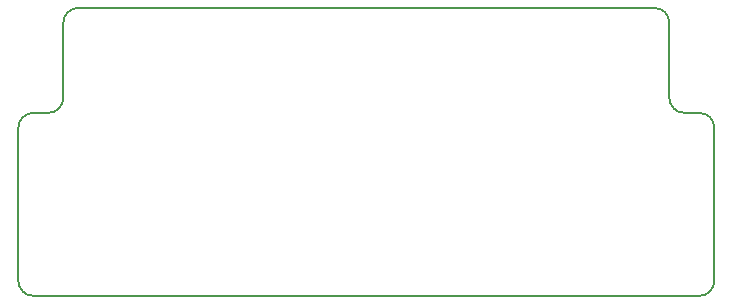
<source format=gbr>
G04 #@! TF.FileFunction,Profile,NP*
%FSLAX46Y46*%
G04 Gerber Fmt 4.6, Leading zero omitted, Abs format (unit mm)*
G04 Created by KiCad (PCBNEW 4.0.7) date Thu Nov 30 10:58:49 2017*
%MOMM*%
%LPD*%
G01*
G04 APERTURE LIST*
%ADD10C,0.100000*%
%ADD11C,0.150000*%
G04 APERTURE END LIST*
D10*
D11*
X122682000Y-111760000D02*
X179070000Y-111760000D01*
X121412000Y-97536000D02*
X121412000Y-110490000D01*
X121412000Y-110490000D02*
G75*
G03X122682000Y-111760000I1270000J0D01*
G01*
X180340000Y-97536000D02*
X180340000Y-110490000D01*
X179070000Y-111760000D02*
G75*
G03X180340000Y-110490000I0J1270000D01*
G01*
X177800000Y-96266000D02*
X179070000Y-96266000D01*
X180340000Y-97536000D02*
G75*
G03X179070000Y-96266000I-1270000J0D01*
G01*
X123952000Y-96266000D02*
X122682000Y-96266000D01*
X122682000Y-96266000D02*
G75*
G03X121412000Y-97536000I0J-1270000D01*
G01*
X123952000Y-96266000D02*
G75*
G03X125222000Y-94996000I0J1270000D01*
G01*
X176530000Y-94996000D02*
G75*
G03X177800000Y-96266000I1270000J0D01*
G01*
X176530000Y-88646000D02*
X176530000Y-94996000D01*
X126492000Y-87376000D02*
G75*
G03X125222000Y-88646000I0J-1270000D01*
G01*
X175260000Y-87376000D02*
X126492000Y-87376000D01*
X176530000Y-88646000D02*
G75*
G03X175260000Y-87376000I-1270000J0D01*
G01*
X125222000Y-88646000D02*
X125222000Y-94996000D01*
M02*

</source>
